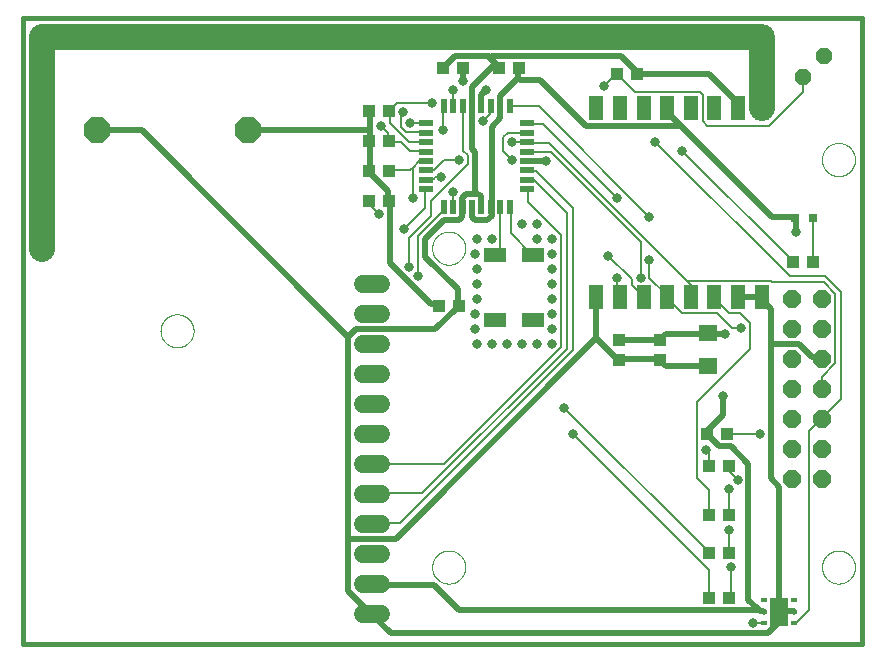
<source format=gtl>
G75*
%MOIN*%
%OFA0B0*%
%FSLAX25Y25*%
%IPPOS*%
%LPD*%
%AMOC8*
5,1,8,0,0,1.08239X$1,22.5*
%
%ADD10C,0.01600*%
%ADD11C,0.00000*%
%ADD12R,0.06299X0.05512*%
%ADD13R,0.03937X0.04331*%
%ADD14R,0.07480X0.05118*%
%ADD15R,0.04331X0.03937*%
%ADD16R,0.03150X0.03150*%
%ADD17R,0.05118X0.07874*%
%ADD18OC8,0.06000*%
%ADD19R,0.02200X0.05000*%
%ADD20R,0.05000X0.02200*%
%ADD21R,0.02362X0.01575*%
%ADD22R,0.05906X0.09449*%
%ADD23R,0.05000X0.10000*%
%ADD24C,0.06000*%
%ADD25OC8,0.05200*%
%ADD26OC8,0.08500*%
%ADD27C,0.01969*%
%ADD28C,0.03169*%
%ADD29C,0.00800*%
%ADD30C,0.08600*%
D10*
X0001800Y0001800D02*
X0281328Y0001800D01*
X0281328Y0210461D01*
X0001800Y0210461D01*
X0001800Y0001800D01*
D11*
X0138020Y0027391D02*
X0138022Y0027539D01*
X0138028Y0027687D01*
X0138038Y0027835D01*
X0138052Y0027982D01*
X0138070Y0028129D01*
X0138091Y0028275D01*
X0138117Y0028421D01*
X0138147Y0028566D01*
X0138180Y0028710D01*
X0138218Y0028853D01*
X0138259Y0028995D01*
X0138304Y0029136D01*
X0138352Y0029276D01*
X0138405Y0029415D01*
X0138461Y0029552D01*
X0138521Y0029687D01*
X0138584Y0029821D01*
X0138651Y0029953D01*
X0138722Y0030083D01*
X0138796Y0030211D01*
X0138873Y0030337D01*
X0138954Y0030461D01*
X0139038Y0030583D01*
X0139125Y0030702D01*
X0139216Y0030819D01*
X0139310Y0030934D01*
X0139406Y0031046D01*
X0139506Y0031156D01*
X0139608Y0031262D01*
X0139714Y0031366D01*
X0139822Y0031467D01*
X0139933Y0031565D01*
X0140046Y0031661D01*
X0140162Y0031753D01*
X0140280Y0031842D01*
X0140401Y0031927D01*
X0140524Y0032010D01*
X0140649Y0032089D01*
X0140776Y0032165D01*
X0140905Y0032237D01*
X0141036Y0032306D01*
X0141169Y0032371D01*
X0141304Y0032432D01*
X0141440Y0032490D01*
X0141577Y0032545D01*
X0141716Y0032595D01*
X0141857Y0032642D01*
X0141998Y0032685D01*
X0142141Y0032725D01*
X0142285Y0032760D01*
X0142429Y0032792D01*
X0142575Y0032819D01*
X0142721Y0032843D01*
X0142868Y0032863D01*
X0143015Y0032879D01*
X0143162Y0032891D01*
X0143310Y0032899D01*
X0143458Y0032903D01*
X0143606Y0032903D01*
X0143754Y0032899D01*
X0143902Y0032891D01*
X0144049Y0032879D01*
X0144196Y0032863D01*
X0144343Y0032843D01*
X0144489Y0032819D01*
X0144635Y0032792D01*
X0144779Y0032760D01*
X0144923Y0032725D01*
X0145066Y0032685D01*
X0145207Y0032642D01*
X0145348Y0032595D01*
X0145487Y0032545D01*
X0145624Y0032490D01*
X0145760Y0032432D01*
X0145895Y0032371D01*
X0146028Y0032306D01*
X0146159Y0032237D01*
X0146288Y0032165D01*
X0146415Y0032089D01*
X0146540Y0032010D01*
X0146663Y0031927D01*
X0146784Y0031842D01*
X0146902Y0031753D01*
X0147018Y0031661D01*
X0147131Y0031565D01*
X0147242Y0031467D01*
X0147350Y0031366D01*
X0147456Y0031262D01*
X0147558Y0031156D01*
X0147658Y0031046D01*
X0147754Y0030934D01*
X0147848Y0030819D01*
X0147939Y0030702D01*
X0148026Y0030583D01*
X0148110Y0030461D01*
X0148191Y0030337D01*
X0148268Y0030211D01*
X0148342Y0030083D01*
X0148413Y0029953D01*
X0148480Y0029821D01*
X0148543Y0029687D01*
X0148603Y0029552D01*
X0148659Y0029415D01*
X0148712Y0029276D01*
X0148760Y0029136D01*
X0148805Y0028995D01*
X0148846Y0028853D01*
X0148884Y0028710D01*
X0148917Y0028566D01*
X0148947Y0028421D01*
X0148973Y0028275D01*
X0148994Y0028129D01*
X0149012Y0027982D01*
X0149026Y0027835D01*
X0149036Y0027687D01*
X0149042Y0027539D01*
X0149044Y0027391D01*
X0149042Y0027243D01*
X0149036Y0027095D01*
X0149026Y0026947D01*
X0149012Y0026800D01*
X0148994Y0026653D01*
X0148973Y0026507D01*
X0148947Y0026361D01*
X0148917Y0026216D01*
X0148884Y0026072D01*
X0148846Y0025929D01*
X0148805Y0025787D01*
X0148760Y0025646D01*
X0148712Y0025506D01*
X0148659Y0025367D01*
X0148603Y0025230D01*
X0148543Y0025095D01*
X0148480Y0024961D01*
X0148413Y0024829D01*
X0148342Y0024699D01*
X0148268Y0024571D01*
X0148191Y0024445D01*
X0148110Y0024321D01*
X0148026Y0024199D01*
X0147939Y0024080D01*
X0147848Y0023963D01*
X0147754Y0023848D01*
X0147658Y0023736D01*
X0147558Y0023626D01*
X0147456Y0023520D01*
X0147350Y0023416D01*
X0147242Y0023315D01*
X0147131Y0023217D01*
X0147018Y0023121D01*
X0146902Y0023029D01*
X0146784Y0022940D01*
X0146663Y0022855D01*
X0146540Y0022772D01*
X0146415Y0022693D01*
X0146288Y0022617D01*
X0146159Y0022545D01*
X0146028Y0022476D01*
X0145895Y0022411D01*
X0145760Y0022350D01*
X0145624Y0022292D01*
X0145487Y0022237D01*
X0145348Y0022187D01*
X0145207Y0022140D01*
X0145066Y0022097D01*
X0144923Y0022057D01*
X0144779Y0022022D01*
X0144635Y0021990D01*
X0144489Y0021963D01*
X0144343Y0021939D01*
X0144196Y0021919D01*
X0144049Y0021903D01*
X0143902Y0021891D01*
X0143754Y0021883D01*
X0143606Y0021879D01*
X0143458Y0021879D01*
X0143310Y0021883D01*
X0143162Y0021891D01*
X0143015Y0021903D01*
X0142868Y0021919D01*
X0142721Y0021939D01*
X0142575Y0021963D01*
X0142429Y0021990D01*
X0142285Y0022022D01*
X0142141Y0022057D01*
X0141998Y0022097D01*
X0141857Y0022140D01*
X0141716Y0022187D01*
X0141577Y0022237D01*
X0141440Y0022292D01*
X0141304Y0022350D01*
X0141169Y0022411D01*
X0141036Y0022476D01*
X0140905Y0022545D01*
X0140776Y0022617D01*
X0140649Y0022693D01*
X0140524Y0022772D01*
X0140401Y0022855D01*
X0140280Y0022940D01*
X0140162Y0023029D01*
X0140046Y0023121D01*
X0139933Y0023217D01*
X0139822Y0023315D01*
X0139714Y0023416D01*
X0139608Y0023520D01*
X0139506Y0023626D01*
X0139406Y0023736D01*
X0139310Y0023848D01*
X0139216Y0023963D01*
X0139125Y0024080D01*
X0139038Y0024199D01*
X0138954Y0024321D01*
X0138873Y0024445D01*
X0138796Y0024571D01*
X0138722Y0024699D01*
X0138651Y0024829D01*
X0138584Y0024961D01*
X0138521Y0025095D01*
X0138461Y0025230D01*
X0138405Y0025367D01*
X0138352Y0025506D01*
X0138304Y0025646D01*
X0138259Y0025787D01*
X0138218Y0025929D01*
X0138180Y0026072D01*
X0138147Y0026216D01*
X0138117Y0026361D01*
X0138091Y0026507D01*
X0138070Y0026653D01*
X0138052Y0026800D01*
X0138038Y0026947D01*
X0138028Y0027095D01*
X0138022Y0027243D01*
X0138020Y0027391D01*
X0047469Y0106131D02*
X0047471Y0106279D01*
X0047477Y0106427D01*
X0047487Y0106575D01*
X0047501Y0106722D01*
X0047519Y0106869D01*
X0047540Y0107015D01*
X0047566Y0107161D01*
X0047596Y0107306D01*
X0047629Y0107450D01*
X0047667Y0107593D01*
X0047708Y0107735D01*
X0047753Y0107876D01*
X0047801Y0108016D01*
X0047854Y0108155D01*
X0047910Y0108292D01*
X0047970Y0108427D01*
X0048033Y0108561D01*
X0048100Y0108693D01*
X0048171Y0108823D01*
X0048245Y0108951D01*
X0048322Y0109077D01*
X0048403Y0109201D01*
X0048487Y0109323D01*
X0048574Y0109442D01*
X0048665Y0109559D01*
X0048759Y0109674D01*
X0048855Y0109786D01*
X0048955Y0109896D01*
X0049057Y0110002D01*
X0049163Y0110106D01*
X0049271Y0110207D01*
X0049382Y0110305D01*
X0049495Y0110401D01*
X0049611Y0110493D01*
X0049729Y0110582D01*
X0049850Y0110667D01*
X0049973Y0110750D01*
X0050098Y0110829D01*
X0050225Y0110905D01*
X0050354Y0110977D01*
X0050485Y0111046D01*
X0050618Y0111111D01*
X0050753Y0111172D01*
X0050889Y0111230D01*
X0051026Y0111285D01*
X0051165Y0111335D01*
X0051306Y0111382D01*
X0051447Y0111425D01*
X0051590Y0111465D01*
X0051734Y0111500D01*
X0051878Y0111532D01*
X0052024Y0111559D01*
X0052170Y0111583D01*
X0052317Y0111603D01*
X0052464Y0111619D01*
X0052611Y0111631D01*
X0052759Y0111639D01*
X0052907Y0111643D01*
X0053055Y0111643D01*
X0053203Y0111639D01*
X0053351Y0111631D01*
X0053498Y0111619D01*
X0053645Y0111603D01*
X0053792Y0111583D01*
X0053938Y0111559D01*
X0054084Y0111532D01*
X0054228Y0111500D01*
X0054372Y0111465D01*
X0054515Y0111425D01*
X0054656Y0111382D01*
X0054797Y0111335D01*
X0054936Y0111285D01*
X0055073Y0111230D01*
X0055209Y0111172D01*
X0055344Y0111111D01*
X0055477Y0111046D01*
X0055608Y0110977D01*
X0055737Y0110905D01*
X0055864Y0110829D01*
X0055989Y0110750D01*
X0056112Y0110667D01*
X0056233Y0110582D01*
X0056351Y0110493D01*
X0056467Y0110401D01*
X0056580Y0110305D01*
X0056691Y0110207D01*
X0056799Y0110106D01*
X0056905Y0110002D01*
X0057007Y0109896D01*
X0057107Y0109786D01*
X0057203Y0109674D01*
X0057297Y0109559D01*
X0057388Y0109442D01*
X0057475Y0109323D01*
X0057559Y0109201D01*
X0057640Y0109077D01*
X0057717Y0108951D01*
X0057791Y0108823D01*
X0057862Y0108693D01*
X0057929Y0108561D01*
X0057992Y0108427D01*
X0058052Y0108292D01*
X0058108Y0108155D01*
X0058161Y0108016D01*
X0058209Y0107876D01*
X0058254Y0107735D01*
X0058295Y0107593D01*
X0058333Y0107450D01*
X0058366Y0107306D01*
X0058396Y0107161D01*
X0058422Y0107015D01*
X0058443Y0106869D01*
X0058461Y0106722D01*
X0058475Y0106575D01*
X0058485Y0106427D01*
X0058491Y0106279D01*
X0058493Y0106131D01*
X0058491Y0105983D01*
X0058485Y0105835D01*
X0058475Y0105687D01*
X0058461Y0105540D01*
X0058443Y0105393D01*
X0058422Y0105247D01*
X0058396Y0105101D01*
X0058366Y0104956D01*
X0058333Y0104812D01*
X0058295Y0104669D01*
X0058254Y0104527D01*
X0058209Y0104386D01*
X0058161Y0104246D01*
X0058108Y0104107D01*
X0058052Y0103970D01*
X0057992Y0103835D01*
X0057929Y0103701D01*
X0057862Y0103569D01*
X0057791Y0103439D01*
X0057717Y0103311D01*
X0057640Y0103185D01*
X0057559Y0103061D01*
X0057475Y0102939D01*
X0057388Y0102820D01*
X0057297Y0102703D01*
X0057203Y0102588D01*
X0057107Y0102476D01*
X0057007Y0102366D01*
X0056905Y0102260D01*
X0056799Y0102156D01*
X0056691Y0102055D01*
X0056580Y0101957D01*
X0056467Y0101861D01*
X0056351Y0101769D01*
X0056233Y0101680D01*
X0056112Y0101595D01*
X0055989Y0101512D01*
X0055864Y0101433D01*
X0055737Y0101357D01*
X0055608Y0101285D01*
X0055477Y0101216D01*
X0055344Y0101151D01*
X0055209Y0101090D01*
X0055073Y0101032D01*
X0054936Y0100977D01*
X0054797Y0100927D01*
X0054656Y0100880D01*
X0054515Y0100837D01*
X0054372Y0100797D01*
X0054228Y0100762D01*
X0054084Y0100730D01*
X0053938Y0100703D01*
X0053792Y0100679D01*
X0053645Y0100659D01*
X0053498Y0100643D01*
X0053351Y0100631D01*
X0053203Y0100623D01*
X0053055Y0100619D01*
X0052907Y0100619D01*
X0052759Y0100623D01*
X0052611Y0100631D01*
X0052464Y0100643D01*
X0052317Y0100659D01*
X0052170Y0100679D01*
X0052024Y0100703D01*
X0051878Y0100730D01*
X0051734Y0100762D01*
X0051590Y0100797D01*
X0051447Y0100837D01*
X0051306Y0100880D01*
X0051165Y0100927D01*
X0051026Y0100977D01*
X0050889Y0101032D01*
X0050753Y0101090D01*
X0050618Y0101151D01*
X0050485Y0101216D01*
X0050354Y0101285D01*
X0050225Y0101357D01*
X0050098Y0101433D01*
X0049973Y0101512D01*
X0049850Y0101595D01*
X0049729Y0101680D01*
X0049611Y0101769D01*
X0049495Y0101861D01*
X0049382Y0101957D01*
X0049271Y0102055D01*
X0049163Y0102156D01*
X0049057Y0102260D01*
X0048955Y0102366D01*
X0048855Y0102476D01*
X0048759Y0102588D01*
X0048665Y0102703D01*
X0048574Y0102820D01*
X0048487Y0102939D01*
X0048403Y0103061D01*
X0048322Y0103185D01*
X0048245Y0103311D01*
X0048171Y0103439D01*
X0048100Y0103569D01*
X0048033Y0103701D01*
X0047970Y0103835D01*
X0047910Y0103970D01*
X0047854Y0104107D01*
X0047801Y0104246D01*
X0047753Y0104386D01*
X0047708Y0104527D01*
X0047667Y0104669D01*
X0047629Y0104812D01*
X0047596Y0104956D01*
X0047566Y0105101D01*
X0047540Y0105247D01*
X0047519Y0105393D01*
X0047501Y0105540D01*
X0047487Y0105687D01*
X0047477Y0105835D01*
X0047471Y0105983D01*
X0047469Y0106131D01*
X0138020Y0133690D02*
X0138022Y0133838D01*
X0138028Y0133986D01*
X0138038Y0134134D01*
X0138052Y0134281D01*
X0138070Y0134428D01*
X0138091Y0134574D01*
X0138117Y0134720D01*
X0138147Y0134865D01*
X0138180Y0135009D01*
X0138218Y0135152D01*
X0138259Y0135294D01*
X0138304Y0135435D01*
X0138352Y0135575D01*
X0138405Y0135714D01*
X0138461Y0135851D01*
X0138521Y0135986D01*
X0138584Y0136120D01*
X0138651Y0136252D01*
X0138722Y0136382D01*
X0138796Y0136510D01*
X0138873Y0136636D01*
X0138954Y0136760D01*
X0139038Y0136882D01*
X0139125Y0137001D01*
X0139216Y0137118D01*
X0139310Y0137233D01*
X0139406Y0137345D01*
X0139506Y0137455D01*
X0139608Y0137561D01*
X0139714Y0137665D01*
X0139822Y0137766D01*
X0139933Y0137864D01*
X0140046Y0137960D01*
X0140162Y0138052D01*
X0140280Y0138141D01*
X0140401Y0138226D01*
X0140524Y0138309D01*
X0140649Y0138388D01*
X0140776Y0138464D01*
X0140905Y0138536D01*
X0141036Y0138605D01*
X0141169Y0138670D01*
X0141304Y0138731D01*
X0141440Y0138789D01*
X0141577Y0138844D01*
X0141716Y0138894D01*
X0141857Y0138941D01*
X0141998Y0138984D01*
X0142141Y0139024D01*
X0142285Y0139059D01*
X0142429Y0139091D01*
X0142575Y0139118D01*
X0142721Y0139142D01*
X0142868Y0139162D01*
X0143015Y0139178D01*
X0143162Y0139190D01*
X0143310Y0139198D01*
X0143458Y0139202D01*
X0143606Y0139202D01*
X0143754Y0139198D01*
X0143902Y0139190D01*
X0144049Y0139178D01*
X0144196Y0139162D01*
X0144343Y0139142D01*
X0144489Y0139118D01*
X0144635Y0139091D01*
X0144779Y0139059D01*
X0144923Y0139024D01*
X0145066Y0138984D01*
X0145207Y0138941D01*
X0145348Y0138894D01*
X0145487Y0138844D01*
X0145624Y0138789D01*
X0145760Y0138731D01*
X0145895Y0138670D01*
X0146028Y0138605D01*
X0146159Y0138536D01*
X0146288Y0138464D01*
X0146415Y0138388D01*
X0146540Y0138309D01*
X0146663Y0138226D01*
X0146784Y0138141D01*
X0146902Y0138052D01*
X0147018Y0137960D01*
X0147131Y0137864D01*
X0147242Y0137766D01*
X0147350Y0137665D01*
X0147456Y0137561D01*
X0147558Y0137455D01*
X0147658Y0137345D01*
X0147754Y0137233D01*
X0147848Y0137118D01*
X0147939Y0137001D01*
X0148026Y0136882D01*
X0148110Y0136760D01*
X0148191Y0136636D01*
X0148268Y0136510D01*
X0148342Y0136382D01*
X0148413Y0136252D01*
X0148480Y0136120D01*
X0148543Y0135986D01*
X0148603Y0135851D01*
X0148659Y0135714D01*
X0148712Y0135575D01*
X0148760Y0135435D01*
X0148805Y0135294D01*
X0148846Y0135152D01*
X0148884Y0135009D01*
X0148917Y0134865D01*
X0148947Y0134720D01*
X0148973Y0134574D01*
X0148994Y0134428D01*
X0149012Y0134281D01*
X0149026Y0134134D01*
X0149036Y0133986D01*
X0149042Y0133838D01*
X0149044Y0133690D01*
X0149042Y0133542D01*
X0149036Y0133394D01*
X0149026Y0133246D01*
X0149012Y0133099D01*
X0148994Y0132952D01*
X0148973Y0132806D01*
X0148947Y0132660D01*
X0148917Y0132515D01*
X0148884Y0132371D01*
X0148846Y0132228D01*
X0148805Y0132086D01*
X0148760Y0131945D01*
X0148712Y0131805D01*
X0148659Y0131666D01*
X0148603Y0131529D01*
X0148543Y0131394D01*
X0148480Y0131260D01*
X0148413Y0131128D01*
X0148342Y0130998D01*
X0148268Y0130870D01*
X0148191Y0130744D01*
X0148110Y0130620D01*
X0148026Y0130498D01*
X0147939Y0130379D01*
X0147848Y0130262D01*
X0147754Y0130147D01*
X0147658Y0130035D01*
X0147558Y0129925D01*
X0147456Y0129819D01*
X0147350Y0129715D01*
X0147242Y0129614D01*
X0147131Y0129516D01*
X0147018Y0129420D01*
X0146902Y0129328D01*
X0146784Y0129239D01*
X0146663Y0129154D01*
X0146540Y0129071D01*
X0146415Y0128992D01*
X0146288Y0128916D01*
X0146159Y0128844D01*
X0146028Y0128775D01*
X0145895Y0128710D01*
X0145760Y0128649D01*
X0145624Y0128591D01*
X0145487Y0128536D01*
X0145348Y0128486D01*
X0145207Y0128439D01*
X0145066Y0128396D01*
X0144923Y0128356D01*
X0144779Y0128321D01*
X0144635Y0128289D01*
X0144489Y0128262D01*
X0144343Y0128238D01*
X0144196Y0128218D01*
X0144049Y0128202D01*
X0143902Y0128190D01*
X0143754Y0128182D01*
X0143606Y0128178D01*
X0143458Y0128178D01*
X0143310Y0128182D01*
X0143162Y0128190D01*
X0143015Y0128202D01*
X0142868Y0128218D01*
X0142721Y0128238D01*
X0142575Y0128262D01*
X0142429Y0128289D01*
X0142285Y0128321D01*
X0142141Y0128356D01*
X0141998Y0128396D01*
X0141857Y0128439D01*
X0141716Y0128486D01*
X0141577Y0128536D01*
X0141440Y0128591D01*
X0141304Y0128649D01*
X0141169Y0128710D01*
X0141036Y0128775D01*
X0140905Y0128844D01*
X0140776Y0128916D01*
X0140649Y0128992D01*
X0140524Y0129071D01*
X0140401Y0129154D01*
X0140280Y0129239D01*
X0140162Y0129328D01*
X0140046Y0129420D01*
X0139933Y0129516D01*
X0139822Y0129614D01*
X0139714Y0129715D01*
X0139608Y0129819D01*
X0139506Y0129925D01*
X0139406Y0130035D01*
X0139310Y0130147D01*
X0139216Y0130262D01*
X0139125Y0130379D01*
X0139038Y0130498D01*
X0138954Y0130620D01*
X0138873Y0130744D01*
X0138796Y0130870D01*
X0138722Y0130998D01*
X0138651Y0131128D01*
X0138584Y0131260D01*
X0138521Y0131394D01*
X0138461Y0131529D01*
X0138405Y0131666D01*
X0138352Y0131805D01*
X0138304Y0131945D01*
X0138259Y0132086D01*
X0138218Y0132228D01*
X0138180Y0132371D01*
X0138147Y0132515D01*
X0138117Y0132660D01*
X0138091Y0132806D01*
X0138070Y0132952D01*
X0138052Y0133099D01*
X0138038Y0133246D01*
X0138028Y0133394D01*
X0138022Y0133542D01*
X0138020Y0133690D01*
X0267942Y0163217D02*
X0267944Y0163365D01*
X0267950Y0163513D01*
X0267960Y0163661D01*
X0267974Y0163808D01*
X0267992Y0163955D01*
X0268013Y0164101D01*
X0268039Y0164247D01*
X0268069Y0164392D01*
X0268102Y0164536D01*
X0268140Y0164679D01*
X0268181Y0164821D01*
X0268226Y0164962D01*
X0268274Y0165102D01*
X0268327Y0165241D01*
X0268383Y0165378D01*
X0268443Y0165513D01*
X0268506Y0165647D01*
X0268573Y0165779D01*
X0268644Y0165909D01*
X0268718Y0166037D01*
X0268795Y0166163D01*
X0268876Y0166287D01*
X0268960Y0166409D01*
X0269047Y0166528D01*
X0269138Y0166645D01*
X0269232Y0166760D01*
X0269328Y0166872D01*
X0269428Y0166982D01*
X0269530Y0167088D01*
X0269636Y0167192D01*
X0269744Y0167293D01*
X0269855Y0167391D01*
X0269968Y0167487D01*
X0270084Y0167579D01*
X0270202Y0167668D01*
X0270323Y0167753D01*
X0270446Y0167836D01*
X0270571Y0167915D01*
X0270698Y0167991D01*
X0270827Y0168063D01*
X0270958Y0168132D01*
X0271091Y0168197D01*
X0271226Y0168258D01*
X0271362Y0168316D01*
X0271499Y0168371D01*
X0271638Y0168421D01*
X0271779Y0168468D01*
X0271920Y0168511D01*
X0272063Y0168551D01*
X0272207Y0168586D01*
X0272351Y0168618D01*
X0272497Y0168645D01*
X0272643Y0168669D01*
X0272790Y0168689D01*
X0272937Y0168705D01*
X0273084Y0168717D01*
X0273232Y0168725D01*
X0273380Y0168729D01*
X0273528Y0168729D01*
X0273676Y0168725D01*
X0273824Y0168717D01*
X0273971Y0168705D01*
X0274118Y0168689D01*
X0274265Y0168669D01*
X0274411Y0168645D01*
X0274557Y0168618D01*
X0274701Y0168586D01*
X0274845Y0168551D01*
X0274988Y0168511D01*
X0275129Y0168468D01*
X0275270Y0168421D01*
X0275409Y0168371D01*
X0275546Y0168316D01*
X0275682Y0168258D01*
X0275817Y0168197D01*
X0275950Y0168132D01*
X0276081Y0168063D01*
X0276210Y0167991D01*
X0276337Y0167915D01*
X0276462Y0167836D01*
X0276585Y0167753D01*
X0276706Y0167668D01*
X0276824Y0167579D01*
X0276940Y0167487D01*
X0277053Y0167391D01*
X0277164Y0167293D01*
X0277272Y0167192D01*
X0277378Y0167088D01*
X0277480Y0166982D01*
X0277580Y0166872D01*
X0277676Y0166760D01*
X0277770Y0166645D01*
X0277861Y0166528D01*
X0277948Y0166409D01*
X0278032Y0166287D01*
X0278113Y0166163D01*
X0278190Y0166037D01*
X0278264Y0165909D01*
X0278335Y0165779D01*
X0278402Y0165647D01*
X0278465Y0165513D01*
X0278525Y0165378D01*
X0278581Y0165241D01*
X0278634Y0165102D01*
X0278682Y0164962D01*
X0278727Y0164821D01*
X0278768Y0164679D01*
X0278806Y0164536D01*
X0278839Y0164392D01*
X0278869Y0164247D01*
X0278895Y0164101D01*
X0278916Y0163955D01*
X0278934Y0163808D01*
X0278948Y0163661D01*
X0278958Y0163513D01*
X0278964Y0163365D01*
X0278966Y0163217D01*
X0278964Y0163069D01*
X0278958Y0162921D01*
X0278948Y0162773D01*
X0278934Y0162626D01*
X0278916Y0162479D01*
X0278895Y0162333D01*
X0278869Y0162187D01*
X0278839Y0162042D01*
X0278806Y0161898D01*
X0278768Y0161755D01*
X0278727Y0161613D01*
X0278682Y0161472D01*
X0278634Y0161332D01*
X0278581Y0161193D01*
X0278525Y0161056D01*
X0278465Y0160921D01*
X0278402Y0160787D01*
X0278335Y0160655D01*
X0278264Y0160525D01*
X0278190Y0160397D01*
X0278113Y0160271D01*
X0278032Y0160147D01*
X0277948Y0160025D01*
X0277861Y0159906D01*
X0277770Y0159789D01*
X0277676Y0159674D01*
X0277580Y0159562D01*
X0277480Y0159452D01*
X0277378Y0159346D01*
X0277272Y0159242D01*
X0277164Y0159141D01*
X0277053Y0159043D01*
X0276940Y0158947D01*
X0276824Y0158855D01*
X0276706Y0158766D01*
X0276585Y0158681D01*
X0276462Y0158598D01*
X0276337Y0158519D01*
X0276210Y0158443D01*
X0276081Y0158371D01*
X0275950Y0158302D01*
X0275817Y0158237D01*
X0275682Y0158176D01*
X0275546Y0158118D01*
X0275409Y0158063D01*
X0275270Y0158013D01*
X0275129Y0157966D01*
X0274988Y0157923D01*
X0274845Y0157883D01*
X0274701Y0157848D01*
X0274557Y0157816D01*
X0274411Y0157789D01*
X0274265Y0157765D01*
X0274118Y0157745D01*
X0273971Y0157729D01*
X0273824Y0157717D01*
X0273676Y0157709D01*
X0273528Y0157705D01*
X0273380Y0157705D01*
X0273232Y0157709D01*
X0273084Y0157717D01*
X0272937Y0157729D01*
X0272790Y0157745D01*
X0272643Y0157765D01*
X0272497Y0157789D01*
X0272351Y0157816D01*
X0272207Y0157848D01*
X0272063Y0157883D01*
X0271920Y0157923D01*
X0271779Y0157966D01*
X0271638Y0158013D01*
X0271499Y0158063D01*
X0271362Y0158118D01*
X0271226Y0158176D01*
X0271091Y0158237D01*
X0270958Y0158302D01*
X0270827Y0158371D01*
X0270698Y0158443D01*
X0270571Y0158519D01*
X0270446Y0158598D01*
X0270323Y0158681D01*
X0270202Y0158766D01*
X0270084Y0158855D01*
X0269968Y0158947D01*
X0269855Y0159043D01*
X0269744Y0159141D01*
X0269636Y0159242D01*
X0269530Y0159346D01*
X0269428Y0159452D01*
X0269328Y0159562D01*
X0269232Y0159674D01*
X0269138Y0159789D01*
X0269047Y0159906D01*
X0268960Y0160025D01*
X0268876Y0160147D01*
X0268795Y0160271D01*
X0268718Y0160397D01*
X0268644Y0160525D01*
X0268573Y0160655D01*
X0268506Y0160787D01*
X0268443Y0160921D01*
X0268383Y0161056D01*
X0268327Y0161193D01*
X0268274Y0161332D01*
X0268226Y0161472D01*
X0268181Y0161613D01*
X0268140Y0161755D01*
X0268102Y0161898D01*
X0268069Y0162042D01*
X0268039Y0162187D01*
X0268013Y0162333D01*
X0267992Y0162479D01*
X0267974Y0162626D01*
X0267960Y0162773D01*
X0267950Y0162921D01*
X0267944Y0163069D01*
X0267942Y0163217D01*
X0267942Y0027391D02*
X0267944Y0027539D01*
X0267950Y0027687D01*
X0267960Y0027835D01*
X0267974Y0027982D01*
X0267992Y0028129D01*
X0268013Y0028275D01*
X0268039Y0028421D01*
X0268069Y0028566D01*
X0268102Y0028710D01*
X0268140Y0028853D01*
X0268181Y0028995D01*
X0268226Y0029136D01*
X0268274Y0029276D01*
X0268327Y0029415D01*
X0268383Y0029552D01*
X0268443Y0029687D01*
X0268506Y0029821D01*
X0268573Y0029953D01*
X0268644Y0030083D01*
X0268718Y0030211D01*
X0268795Y0030337D01*
X0268876Y0030461D01*
X0268960Y0030583D01*
X0269047Y0030702D01*
X0269138Y0030819D01*
X0269232Y0030934D01*
X0269328Y0031046D01*
X0269428Y0031156D01*
X0269530Y0031262D01*
X0269636Y0031366D01*
X0269744Y0031467D01*
X0269855Y0031565D01*
X0269968Y0031661D01*
X0270084Y0031753D01*
X0270202Y0031842D01*
X0270323Y0031927D01*
X0270446Y0032010D01*
X0270571Y0032089D01*
X0270698Y0032165D01*
X0270827Y0032237D01*
X0270958Y0032306D01*
X0271091Y0032371D01*
X0271226Y0032432D01*
X0271362Y0032490D01*
X0271499Y0032545D01*
X0271638Y0032595D01*
X0271779Y0032642D01*
X0271920Y0032685D01*
X0272063Y0032725D01*
X0272207Y0032760D01*
X0272351Y0032792D01*
X0272497Y0032819D01*
X0272643Y0032843D01*
X0272790Y0032863D01*
X0272937Y0032879D01*
X0273084Y0032891D01*
X0273232Y0032899D01*
X0273380Y0032903D01*
X0273528Y0032903D01*
X0273676Y0032899D01*
X0273824Y0032891D01*
X0273971Y0032879D01*
X0274118Y0032863D01*
X0274265Y0032843D01*
X0274411Y0032819D01*
X0274557Y0032792D01*
X0274701Y0032760D01*
X0274845Y0032725D01*
X0274988Y0032685D01*
X0275129Y0032642D01*
X0275270Y0032595D01*
X0275409Y0032545D01*
X0275546Y0032490D01*
X0275682Y0032432D01*
X0275817Y0032371D01*
X0275950Y0032306D01*
X0276081Y0032237D01*
X0276210Y0032165D01*
X0276337Y0032089D01*
X0276462Y0032010D01*
X0276585Y0031927D01*
X0276706Y0031842D01*
X0276824Y0031753D01*
X0276940Y0031661D01*
X0277053Y0031565D01*
X0277164Y0031467D01*
X0277272Y0031366D01*
X0277378Y0031262D01*
X0277480Y0031156D01*
X0277580Y0031046D01*
X0277676Y0030934D01*
X0277770Y0030819D01*
X0277861Y0030702D01*
X0277948Y0030583D01*
X0278032Y0030461D01*
X0278113Y0030337D01*
X0278190Y0030211D01*
X0278264Y0030083D01*
X0278335Y0029953D01*
X0278402Y0029821D01*
X0278465Y0029687D01*
X0278525Y0029552D01*
X0278581Y0029415D01*
X0278634Y0029276D01*
X0278682Y0029136D01*
X0278727Y0028995D01*
X0278768Y0028853D01*
X0278806Y0028710D01*
X0278839Y0028566D01*
X0278869Y0028421D01*
X0278895Y0028275D01*
X0278916Y0028129D01*
X0278934Y0027982D01*
X0278948Y0027835D01*
X0278958Y0027687D01*
X0278964Y0027539D01*
X0278966Y0027391D01*
X0278964Y0027243D01*
X0278958Y0027095D01*
X0278948Y0026947D01*
X0278934Y0026800D01*
X0278916Y0026653D01*
X0278895Y0026507D01*
X0278869Y0026361D01*
X0278839Y0026216D01*
X0278806Y0026072D01*
X0278768Y0025929D01*
X0278727Y0025787D01*
X0278682Y0025646D01*
X0278634Y0025506D01*
X0278581Y0025367D01*
X0278525Y0025230D01*
X0278465Y0025095D01*
X0278402Y0024961D01*
X0278335Y0024829D01*
X0278264Y0024699D01*
X0278190Y0024571D01*
X0278113Y0024445D01*
X0278032Y0024321D01*
X0277948Y0024199D01*
X0277861Y0024080D01*
X0277770Y0023963D01*
X0277676Y0023848D01*
X0277580Y0023736D01*
X0277480Y0023626D01*
X0277378Y0023520D01*
X0277272Y0023416D01*
X0277164Y0023315D01*
X0277053Y0023217D01*
X0276940Y0023121D01*
X0276824Y0023029D01*
X0276706Y0022940D01*
X0276585Y0022855D01*
X0276462Y0022772D01*
X0276337Y0022693D01*
X0276210Y0022617D01*
X0276081Y0022545D01*
X0275950Y0022476D01*
X0275817Y0022411D01*
X0275682Y0022350D01*
X0275546Y0022292D01*
X0275409Y0022237D01*
X0275270Y0022187D01*
X0275129Y0022140D01*
X0274988Y0022097D01*
X0274845Y0022057D01*
X0274701Y0022022D01*
X0274557Y0021990D01*
X0274411Y0021963D01*
X0274265Y0021939D01*
X0274118Y0021919D01*
X0273971Y0021903D01*
X0273824Y0021891D01*
X0273676Y0021883D01*
X0273528Y0021879D01*
X0273380Y0021879D01*
X0273232Y0021883D01*
X0273084Y0021891D01*
X0272937Y0021903D01*
X0272790Y0021919D01*
X0272643Y0021939D01*
X0272497Y0021963D01*
X0272351Y0021990D01*
X0272207Y0022022D01*
X0272063Y0022057D01*
X0271920Y0022097D01*
X0271779Y0022140D01*
X0271638Y0022187D01*
X0271499Y0022237D01*
X0271362Y0022292D01*
X0271226Y0022350D01*
X0271091Y0022411D01*
X0270958Y0022476D01*
X0270827Y0022545D01*
X0270698Y0022617D01*
X0270571Y0022693D01*
X0270446Y0022772D01*
X0270323Y0022855D01*
X0270202Y0022940D01*
X0270084Y0023029D01*
X0269968Y0023121D01*
X0269855Y0023217D01*
X0269744Y0023315D01*
X0269636Y0023416D01*
X0269530Y0023520D01*
X0269428Y0023626D01*
X0269328Y0023736D01*
X0269232Y0023848D01*
X0269138Y0023963D01*
X0269047Y0024080D01*
X0268960Y0024199D01*
X0268876Y0024321D01*
X0268795Y0024445D01*
X0268718Y0024571D01*
X0268644Y0024699D01*
X0268573Y0024829D01*
X0268506Y0024961D01*
X0268443Y0025095D01*
X0268383Y0025230D01*
X0268327Y0025367D01*
X0268274Y0025506D01*
X0268226Y0025646D01*
X0268181Y0025787D01*
X0268140Y0025929D01*
X0268102Y0026072D01*
X0268069Y0026216D01*
X0268039Y0026361D01*
X0268013Y0026507D01*
X0267992Y0026653D01*
X0267974Y0026800D01*
X0267960Y0026947D01*
X0267950Y0027095D01*
X0267944Y0027243D01*
X0267942Y0027391D01*
D12*
X0230017Y0094244D03*
X0230017Y0105268D03*
D13*
X0213809Y0103185D03*
X0213809Y0096492D03*
X0200184Y0096527D03*
X0200184Y0103219D03*
X0229517Y0071800D03*
X0236209Y0071800D03*
X0236946Y0044735D03*
X0230253Y0044735D03*
X0230253Y0032177D03*
X0236946Y0032177D03*
X0237126Y0017182D03*
X0230434Y0017182D03*
X0258362Y0129175D03*
X0265055Y0129175D03*
X0206209Y0191800D03*
X0199517Y0191800D03*
X0123709Y0179300D03*
X0117017Y0179300D03*
X0117017Y0169300D03*
X0123709Y0169300D03*
X0123709Y0159300D03*
X0117017Y0159300D03*
X0117017Y0149300D03*
X0123709Y0149300D03*
D14*
X0158887Y0131524D03*
X0171485Y0131524D03*
X0171485Y0109871D03*
X0158887Y0109871D03*
D15*
X0146832Y0114562D03*
X0140139Y0114562D03*
X0230253Y0061185D03*
X0236946Y0061185D03*
X0167132Y0193852D03*
X0160439Y0193852D03*
X0148412Y0193754D03*
X0141719Y0193754D03*
D16*
X0258926Y0143729D03*
X0264831Y0143729D03*
D17*
X0247863Y0117410D03*
X0239989Y0117410D03*
X0232115Y0117410D03*
X0224241Y0117410D03*
X0216367Y0117410D03*
X0208493Y0117410D03*
X0200619Y0117410D03*
X0192745Y0117410D03*
X0192745Y0180402D03*
X0200619Y0180402D03*
X0208493Y0180402D03*
X0216367Y0180402D03*
X0224241Y0180402D03*
X0232115Y0180402D03*
X0239989Y0180402D03*
X0247863Y0180402D03*
D18*
X0257863Y0116800D03*
X0267863Y0116800D03*
X0267863Y0106800D03*
X0257863Y0106800D03*
X0257863Y0096800D03*
X0267863Y0096800D03*
X0267863Y0086800D03*
X0257863Y0086800D03*
X0257863Y0076800D03*
X0267863Y0076800D03*
X0267863Y0066800D03*
X0257863Y0066800D03*
X0257863Y0056800D03*
X0267863Y0056800D03*
D19*
X0163887Y0147400D03*
X0160737Y0147400D03*
X0157587Y0147400D03*
X0154438Y0147400D03*
X0151288Y0147400D03*
X0148139Y0147400D03*
X0144989Y0147400D03*
X0141839Y0147400D03*
X0141839Y0181200D03*
X0144989Y0181200D03*
X0148139Y0181200D03*
X0151288Y0181200D03*
X0154438Y0181200D03*
X0157587Y0181200D03*
X0160737Y0181200D03*
X0163887Y0181200D03*
D20*
X0169763Y0175324D03*
X0169763Y0172174D03*
X0169763Y0169024D03*
X0169763Y0165875D03*
X0169763Y0162725D03*
X0169763Y0159576D03*
X0169763Y0156426D03*
X0169763Y0153276D03*
X0135963Y0153276D03*
X0135963Y0156426D03*
X0135963Y0159576D03*
X0135963Y0162725D03*
X0135963Y0165875D03*
X0135963Y0169024D03*
X0135963Y0172174D03*
X0135963Y0175324D03*
D21*
X0248493Y0016485D03*
X0248493Y0012548D03*
X0248493Y0008611D03*
X0258729Y0008611D03*
X0258729Y0012548D03*
X0258729Y0016485D03*
D22*
X0253611Y0012548D03*
D23*
X0008099Y0135757D03*
D24*
X0114863Y0121800D02*
X0120863Y0121800D01*
X0120863Y0111800D02*
X0114863Y0111800D01*
X0114863Y0101800D02*
X0120863Y0101800D01*
X0120863Y0091800D02*
X0114863Y0091800D01*
X0114863Y0081800D02*
X0120863Y0081800D01*
X0120863Y0071800D02*
X0114863Y0071800D01*
X0114863Y0061800D02*
X0120863Y0061800D01*
X0120863Y0051800D02*
X0114863Y0051800D01*
X0114863Y0041800D02*
X0120863Y0041800D01*
X0120863Y0031800D02*
X0114863Y0031800D01*
X0114863Y0021800D02*
X0120863Y0021800D01*
X0120863Y0011800D02*
X0114863Y0011800D01*
D25*
X0261646Y0190800D03*
X0268646Y0197800D03*
D26*
X0076603Y0173060D03*
X0026209Y0173060D03*
D27*
X0041170Y0173060D01*
X0110068Y0104162D01*
X0112528Y0106623D01*
X0139103Y0106623D01*
X0146485Y0114005D01*
X0146832Y0114562D01*
X0146485Y0114989D01*
X0146485Y0119910D01*
X0135658Y0130737D01*
X0135658Y0136643D01*
X0142056Y0143040D01*
X0146977Y0143040D01*
X0147961Y0144024D01*
X0147961Y0146977D01*
X0148139Y0147400D01*
X0147961Y0147961D01*
X0147961Y0150422D01*
X0149438Y0151898D01*
X0152391Y0151898D01*
X0152391Y0165678D01*
X0151406Y0166662D01*
X0151406Y0180442D01*
X0151288Y0181200D01*
X0151406Y0181426D01*
X0151406Y0187331D01*
X0158788Y0194713D01*
X0160439Y0193852D01*
X0160265Y0194221D01*
X0157312Y0197174D01*
X0157804Y0197666D01*
X0201111Y0197666D01*
X0206032Y0192745D01*
X0206209Y0191800D01*
X0206524Y0191761D01*
X0230146Y0191761D01*
X0239989Y0181918D01*
X0239989Y0180442D01*
X0239989Y0180402D01*
X0220304Y0175028D02*
X0219812Y0174536D01*
X0189300Y0174536D01*
X0174044Y0189792D01*
X0167154Y0189792D01*
X0166662Y0190284D01*
X0160757Y0184379D01*
X0160757Y0181426D01*
X0160737Y0181200D01*
X0160757Y0180442D01*
X0160757Y0176997D01*
X0157804Y0174044D01*
X0157804Y0147961D01*
X0157587Y0147400D01*
X0157804Y0146977D01*
X0157804Y0144517D01*
X0156328Y0143040D01*
X0152391Y0143040D01*
X0151406Y0144024D01*
X0151406Y0146977D01*
X0151288Y0147400D01*
X0154359Y0147469D02*
X0154438Y0147400D01*
X0154359Y0147469D02*
X0154359Y0150914D01*
X0153375Y0151898D01*
X0152391Y0151898D01*
X0169763Y0162725D02*
X0176013Y0162725D01*
X0154438Y0181200D02*
X0154359Y0181426D01*
X0154359Y0184871D01*
X0155835Y0186347D01*
X0148454Y0189300D02*
X0148454Y0193729D01*
X0148412Y0193754D01*
X0145501Y0197666D02*
X0156820Y0197666D01*
X0157312Y0197174D01*
X0166662Y0193729D02*
X0166662Y0190284D01*
X0166662Y0193729D02*
X0167132Y0193852D01*
X0145501Y0197666D02*
X0142056Y0194221D01*
X0141719Y0193754D01*
X0117450Y0178965D02*
X0117017Y0179300D01*
X0117450Y0178965D02*
X0117450Y0173060D01*
X0076603Y0173060D01*
X0117017Y0169300D02*
X0117450Y0170107D01*
X0117450Y0173060D01*
X0117017Y0169300D02*
X0117450Y0169123D01*
X0117450Y0159772D01*
X0117017Y0159300D01*
X0117450Y0158788D01*
X0123355Y0152883D01*
X0123355Y0149438D01*
X0123709Y0149300D01*
X0123847Y0148454D01*
X0123847Y0128769D01*
X0137627Y0114989D01*
X0140087Y0114989D01*
X0140139Y0114562D01*
X0110068Y0104162D02*
X0110068Y0036741D01*
X0125816Y0036741D01*
X0192745Y0103670D01*
X0199635Y0096780D01*
X0200184Y0096527D01*
X0200619Y0096780D01*
X0213414Y0096780D01*
X0213809Y0096492D01*
X0214398Y0095796D01*
X0215875Y0094320D01*
X0229654Y0094320D01*
X0230017Y0094244D01*
X0215875Y0105146D02*
X0214398Y0103670D01*
X0213809Y0103185D01*
X0213414Y0103178D01*
X0200619Y0103178D01*
X0200184Y0103219D01*
X0192745Y0103670D02*
X0192745Y0117410D01*
X0192745Y0117450D01*
X0215875Y0105146D02*
X0229654Y0105146D01*
X0230017Y0105268D01*
X0230639Y0105146D01*
X0235560Y0105146D01*
X0250816Y0101702D02*
X0250816Y0113513D01*
X0247863Y0116465D01*
X0247863Y0117410D01*
X0247863Y0117450D01*
X0239989Y0117450D01*
X0239989Y0117410D01*
X0250816Y0101702D02*
X0260166Y0101702D01*
X0264595Y0097272D01*
X0267548Y0097272D01*
X0267863Y0096800D01*
X0250816Y0101702D02*
X0250816Y0056918D01*
X0253769Y0053965D01*
X0253769Y0013611D01*
X0253611Y0012548D01*
X0253276Y0011643D01*
X0253276Y0008690D01*
X0249831Y0005245D01*
X0124339Y0005245D01*
X0118434Y0011150D01*
X0117863Y0011800D01*
X0117450Y0012135D01*
X0110068Y0019517D01*
X0110068Y0036741D01*
X0117863Y0021800D02*
X0117942Y0021485D01*
X0138611Y0021485D01*
X0146977Y0013119D01*
X0245894Y0013119D01*
X0246387Y0013611D01*
X0247371Y0012627D01*
X0248355Y0012627D01*
X0248493Y0012548D01*
X0246387Y0013611D02*
X0243434Y0016564D01*
X0243434Y0061839D01*
X0237528Y0067745D01*
X0233591Y0067745D01*
X0229654Y0071682D01*
X0229517Y0071800D01*
X0229654Y0072666D01*
X0235068Y0078080D01*
X0235068Y0084477D01*
X0259182Y0139103D02*
X0259182Y0143040D01*
X0258926Y0143729D01*
X0258690Y0144024D01*
X0251308Y0144024D01*
X0220304Y0175028D01*
X0216367Y0178965D01*
X0216367Y0180402D01*
X0253769Y0012627D02*
X0253611Y0012548D01*
X0253769Y0012627D02*
X0258690Y0012627D01*
X0258729Y0012548D01*
D28*
X0244910Y0008690D03*
X0237528Y0027391D03*
X0237036Y0039694D03*
X0237036Y0053473D03*
X0239989Y0056426D03*
X0229162Y0066269D03*
X0247371Y0071682D03*
X0235068Y0084477D03*
X0235560Y0105146D03*
X0240973Y0107115D03*
X0207509Y0123847D03*
X0210461Y0129753D03*
X0199635Y0123847D03*
X0196682Y0131229D03*
X0210461Y0144024D03*
X0199635Y0150422D03*
X0177863Y0136800D03*
X0172863Y0136800D03*
X0172863Y0141800D03*
X0167863Y0141800D03*
X0157863Y0136800D03*
X0152863Y0136800D03*
X0152194Y0131800D03*
X0152863Y0126800D03*
X0152863Y0121800D03*
X0152863Y0116800D03*
X0152194Y0111800D03*
X0152194Y0106800D03*
X0152863Y0101800D03*
X0157863Y0101800D03*
X0162863Y0101800D03*
X0167863Y0101800D03*
X0172863Y0101800D03*
X0177863Y0101800D03*
X0177863Y0106800D03*
X0177863Y0111800D03*
X0177863Y0116800D03*
X0177863Y0121800D03*
X0177863Y0126800D03*
X0177863Y0131800D03*
X0145009Y0152391D03*
X0141072Y0157312D03*
X0146977Y0163217D03*
X0141564Y0173060D03*
X0130737Y0175520D03*
X0128276Y0178965D03*
X0120894Y0174536D03*
X0138119Y0181918D03*
X0145009Y0186347D03*
X0148454Y0189300D03*
X0155835Y0186347D03*
X0154851Y0176013D03*
X0164694Y0169123D03*
X0164694Y0163217D03*
X0176013Y0162725D03*
X0212430Y0169123D03*
X0221288Y0166170D03*
X0195206Y0187824D03*
X0131721Y0150422D03*
X0120402Y0145009D03*
X0128769Y0140087D03*
X0130245Y0127292D03*
X0133198Y0124339D03*
X0181918Y0080540D03*
X0184871Y0071682D03*
X0259182Y0139103D03*
D29*
X0264831Y0143729D02*
X0265087Y0143532D01*
X0265087Y0129261D01*
X0265055Y0129175D01*
X0269024Y0124339D02*
X0257213Y0124339D01*
X0212430Y0169123D01*
X0221288Y0166170D02*
X0258198Y0129261D01*
X0258362Y0129175D01*
X0251308Y0122371D02*
X0250816Y0122863D01*
X0223257Y0122863D01*
X0223011Y0122617D01*
X0224241Y0121387D01*
X0224241Y0117410D01*
X0223011Y0122617D02*
X0176997Y0168631D01*
X0170107Y0168631D01*
X0169763Y0169024D01*
X0169615Y0169123D01*
X0164694Y0169123D01*
X0161741Y0170599D02*
X0163217Y0172076D01*
X0169615Y0172076D01*
X0169763Y0172174D01*
X0170107Y0175028D02*
X0169763Y0175324D01*
X0170107Y0175028D02*
X0175028Y0175028D01*
X0199635Y0150422D01*
X0210461Y0144024D02*
X0173552Y0180934D01*
X0164202Y0180934D01*
X0163887Y0181200D01*
X0157587Y0181200D02*
X0157312Y0180934D01*
X0157312Y0178473D01*
X0154851Y0176013D01*
X0161741Y0170599D02*
X0161741Y0166170D01*
X0164694Y0163217D01*
X0169763Y0165875D02*
X0170107Y0165678D01*
X0177489Y0165678D01*
X0207509Y0135658D01*
X0207509Y0123847D01*
X0210461Y0123847D02*
X0216367Y0117942D01*
X0216367Y0117410D01*
X0216367Y0116957D01*
X0221288Y0112036D01*
X0233099Y0112036D01*
X0238020Y0107115D01*
X0240973Y0107115D01*
X0243926Y0108591D02*
X0240481Y0112036D01*
X0237036Y0112036D01*
X0232115Y0116957D01*
X0232115Y0117410D01*
X0243926Y0108591D02*
X0243926Y0100225D01*
X0226209Y0082509D01*
X0226209Y0056918D01*
X0230146Y0052981D01*
X0230146Y0045107D01*
X0230253Y0044735D01*
X0236946Y0044735D02*
X0237036Y0045107D01*
X0237036Y0053473D01*
X0239989Y0056426D02*
X0237036Y0059379D01*
X0237036Y0060855D01*
X0236946Y0061185D01*
X0230253Y0061185D02*
X0230146Y0061347D01*
X0230146Y0065284D01*
X0229162Y0066269D01*
X0236209Y0071800D02*
X0236544Y0071682D01*
X0247371Y0071682D01*
X0263611Y0072666D02*
X0267548Y0076603D01*
X0267863Y0076800D01*
X0268040Y0077095D01*
X0274438Y0083493D01*
X0274438Y0118926D01*
X0269024Y0124339D01*
X0268532Y0122371D02*
X0251308Y0122371D01*
X0268532Y0122371D02*
X0272469Y0118434D01*
X0272469Y0095304D01*
X0268040Y0090875D01*
X0268040Y0086938D01*
X0267863Y0086800D01*
X0263611Y0072666D02*
X0263611Y0013119D01*
X0259182Y0008690D01*
X0258729Y0008611D01*
X0248493Y0008611D02*
X0248355Y0008690D01*
X0244910Y0008690D01*
X0237126Y0017182D02*
X0237528Y0017548D01*
X0237528Y0027391D01*
X0230146Y0026406D02*
X0184871Y0071682D01*
X0181918Y0080540D02*
X0230146Y0032312D01*
X0230253Y0032177D01*
X0236946Y0032177D02*
X0237036Y0032312D01*
X0237036Y0039694D01*
X0230146Y0026406D02*
X0230146Y0017548D01*
X0230434Y0017182D01*
X0180934Y0100717D02*
X0142056Y0061839D01*
X0117942Y0061839D01*
X0117863Y0061800D01*
X0117942Y0051997D02*
X0117863Y0051800D01*
X0117942Y0051997D02*
X0134674Y0051997D01*
X0182902Y0100225D01*
X0182902Y0145501D01*
X0172076Y0156328D01*
X0170107Y0156328D01*
X0169763Y0156426D01*
X0169763Y0153276D02*
X0170107Y0152883D01*
X0170107Y0148946D01*
X0180934Y0138119D01*
X0180934Y0100717D01*
X0184871Y0099733D02*
X0127292Y0042154D01*
X0117942Y0042154D01*
X0117863Y0041800D01*
X0184871Y0099733D02*
X0184871Y0146977D01*
X0172568Y0159280D01*
X0170107Y0159280D01*
X0169763Y0159576D01*
X0163887Y0147400D02*
X0164202Y0146977D01*
X0164202Y0138611D01*
X0171091Y0131721D01*
X0171485Y0131524D01*
X0160757Y0133198D02*
X0159280Y0131721D01*
X0158887Y0131524D01*
X0160757Y0133198D02*
X0160757Y0146977D01*
X0160737Y0147400D01*
X0145009Y0147469D02*
X0144989Y0147400D01*
X0145009Y0147469D02*
X0145009Y0152391D01*
X0141839Y0147400D02*
X0141564Y0146977D01*
X0141564Y0145993D01*
X0133198Y0137627D01*
X0133198Y0124339D01*
X0130245Y0127292D02*
X0130245Y0137135D01*
X0137627Y0144517D01*
X0137627Y0149438D01*
X0149930Y0161741D01*
X0149930Y0164694D01*
X0148454Y0166170D01*
X0148454Y0180934D01*
X0148139Y0181200D01*
X0145009Y0181426D02*
X0144989Y0181200D01*
X0145009Y0181426D02*
X0145009Y0186347D01*
X0141839Y0181200D02*
X0141564Y0180934D01*
X0141564Y0173060D01*
X0135963Y0172174D02*
X0135658Y0172568D01*
X0129261Y0172568D01*
X0127784Y0174044D01*
X0127784Y0178473D01*
X0128276Y0178965D01*
X0126308Y0181918D02*
X0138119Y0181918D01*
X0135658Y0175520D02*
X0130737Y0175520D01*
X0135658Y0175520D02*
X0135963Y0175324D01*
X0135658Y0169123D02*
X0130245Y0169123D01*
X0123847Y0175520D01*
X0123847Y0178965D01*
X0123709Y0179300D01*
X0123847Y0179457D01*
X0126308Y0181918D01*
X0120894Y0174536D02*
X0123355Y0172076D01*
X0123355Y0169615D01*
X0123709Y0169300D01*
X0123847Y0169123D01*
X0127784Y0169123D01*
X0130737Y0166170D01*
X0135658Y0166170D01*
X0135963Y0165875D01*
X0135963Y0169024D02*
X0135658Y0169123D01*
X0135963Y0162725D02*
X0133690Y0162725D01*
X0131475Y0160511D01*
X0131721Y0160265D01*
X0131721Y0150422D01*
X0135658Y0152883D02*
X0135658Y0146977D01*
X0128769Y0140087D01*
X0120402Y0145009D02*
X0117450Y0147961D01*
X0117450Y0148946D01*
X0117017Y0149300D01*
X0123709Y0159300D02*
X0123847Y0159772D01*
X0130737Y0159772D01*
X0131475Y0160511D01*
X0135963Y0159576D02*
X0136150Y0159772D01*
X0138611Y0159772D01*
X0142056Y0163217D01*
X0146977Y0163217D01*
X0141072Y0157312D02*
X0139103Y0157312D01*
X0138611Y0156820D01*
X0136150Y0156820D01*
X0135963Y0156426D01*
X0135963Y0153276D02*
X0135658Y0152883D01*
X0195206Y0187824D02*
X0199143Y0191761D01*
X0199517Y0191800D01*
X0199635Y0191761D01*
X0205540Y0185855D01*
X0227194Y0185855D01*
X0228178Y0184871D01*
X0228178Y0176013D01*
X0229654Y0174536D01*
X0250324Y0174536D01*
X0261643Y0185855D01*
X0261643Y0190776D01*
X0261646Y0190800D01*
X0210461Y0129753D02*
X0210461Y0123847D01*
X0204556Y0123355D02*
X0204556Y0121387D01*
X0208493Y0117450D01*
X0208493Y0117410D01*
X0200619Y0117450D02*
X0200619Y0117410D01*
X0200619Y0117450D02*
X0199635Y0118434D01*
X0199635Y0123847D01*
X0204556Y0123355D02*
X0196682Y0131229D01*
D30*
X0247863Y0180402D02*
X0247863Y0204162D01*
X0008099Y0204162D01*
X0008099Y0135757D01*
X0008099Y0133552D01*
M02*

</source>
